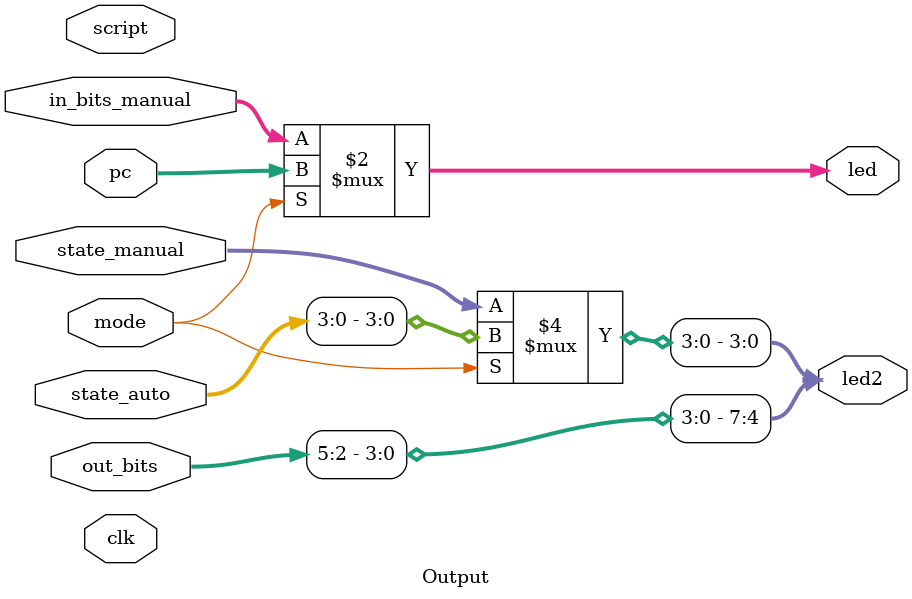
<source format=v>
module Output (
    input [0:0] clk,
    input [0:0] mode,  // mode, 0 for manual, 1 for auto
    input [7:0] out_bits,
    input [7:0] in_bits_manual,
    input [3:0] state_manual,
    input [7:0] state_auto,
    input [7:0] pc,
    input [15:0] script,
    output [7:0] led,
    output [7:0] led2
);

    assign led = ~mode ? in_bits_manual : pc;
    assign led2[7:4] = out_bits[5:2];
    assign led2[3:0] = ~mode ? state_manual : state_auto[3:0];

    
endmodule
</source>
